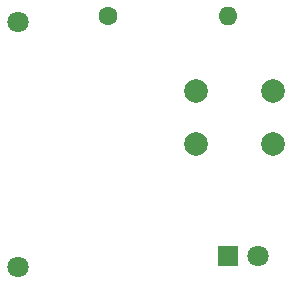
<source format=gbr>
%TF.GenerationSoftware,KiCad,Pcbnew,8.0.1*%
%TF.CreationDate,2025-10-14T16:00:41-07:00*%
%TF.ProjectId,BusinessCardPCB,42757369-6e65-4737-9343-617264504342,rev?*%
%TF.SameCoordinates,Original*%
%TF.FileFunction,Soldermask,Top*%
%TF.FilePolarity,Negative*%
%FSLAX46Y46*%
G04 Gerber Fmt 4.6, Leading zero omitted, Abs format (unit mm)*
G04 Created by KiCad (PCBNEW 8.0.1) date 2025-10-14 16:00:41*
%MOMM*%
%LPD*%
G01*
G04 APERTURE LIST*
%ADD10C,1.600000*%
%ADD11O,1.600000X1.600000*%
%ADD12R,1.800000X1.800000*%
%ADD13C,1.800000*%
%ADD14C,2.000000*%
G04 APERTURE END LIST*
D10*
%TO.C,R1*%
X71830000Y-54900000D03*
D11*
X81990000Y-54900000D03*
%TD*%
D12*
%TO.C,D1*%
X81990000Y-75220000D03*
D13*
X84530000Y-75220000D03*
%TD*%
%TO.C,BT1*%
X64210000Y-55400000D03*
X64210000Y-76150000D03*
%TD*%
D14*
%TO.C,SW1*%
X79300000Y-61250000D03*
X85800000Y-61250000D03*
X79300000Y-65750000D03*
X85800000Y-65750000D03*
%TD*%
M02*

</source>
